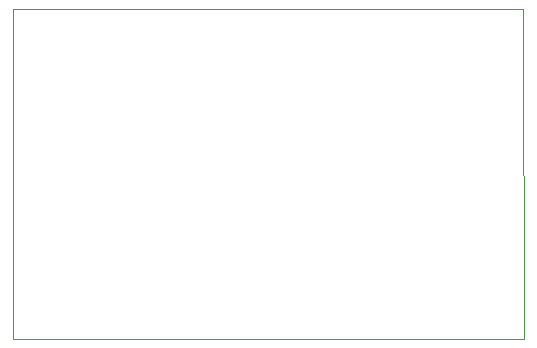
<source format=gbr>
%TF.GenerationSoftware,KiCad,Pcbnew,(5.1.10)-1*%
%TF.CreationDate,2021-11-13T20:11:31+01:00*%
%TF.ProjectId,Muino_debugger,4d75696e-6f5f-4646-9562-75676765722e,rev?*%
%TF.SameCoordinates,Original*%
%TF.FileFunction,Profile,NP*%
%FSLAX46Y46*%
G04 Gerber Fmt 4.6, Leading zero omitted, Abs format (unit mm)*
G04 Created by KiCad (PCBNEW (5.1.10)-1) date 2021-11-13 20:11:31*
%MOMM*%
%LPD*%
G01*
G04 APERTURE LIST*
%TA.AperFunction,Profile*%
%ADD10C,0.100000*%
%TD*%
G04 APERTURE END LIST*
D10*
X130200000Y-88900000D02*
X86995000Y-88900000D01*
X86995000Y-88900000D02*
X86995000Y-60960000D01*
X86995000Y-60960000D02*
X130175000Y-60960000D01*
X130175000Y-60960000D02*
X130200000Y-88900000D01*
M02*

</source>
